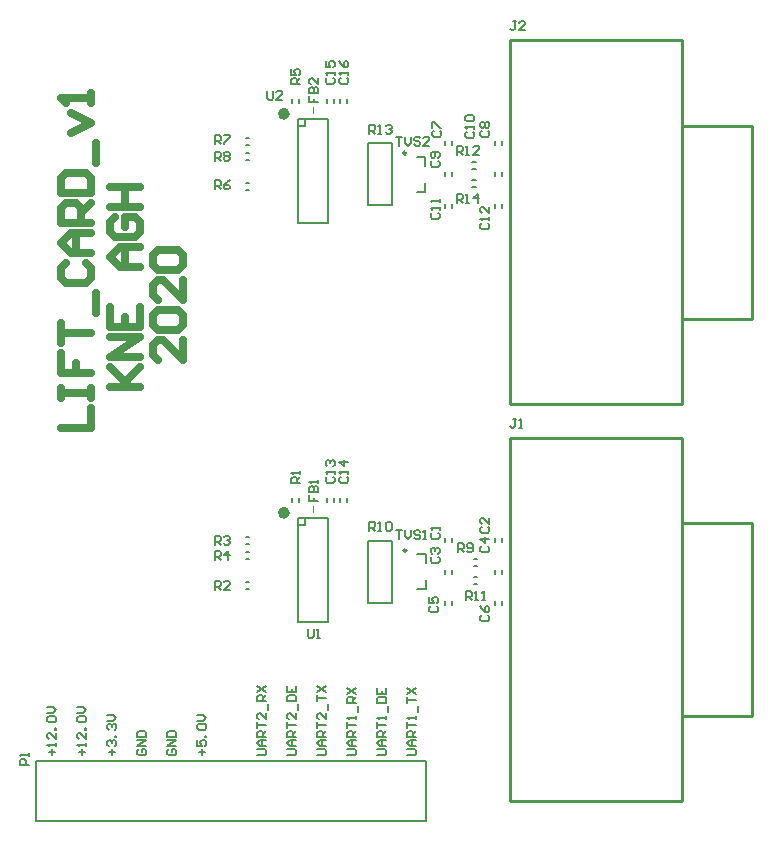
<source format=gto>
G04*
G04 #@! TF.GenerationSoftware,Altium Limited,Altium Designer,21.0.8 (223)*
G04*
G04 Layer_Color=65535*
%FSLAX25Y25*%
%MOIN*%
G70*
G04*
G04 #@! TF.SameCoordinates,8FE4C6D1-BE16-481A-9B8C-92EB46E9F254*
G04*
G04*
G04 #@! TF.FilePolarity,Positive*
G04*
G01*
G75*
%ADD10C,0.00984*%
%ADD11C,0.02000*%
%ADD12C,0.00787*%
%ADD13C,0.00394*%
%ADD14C,0.00600*%
%ADD15C,0.01000*%
%ADD16C,0.00800*%
%ADD17C,0.02500*%
D10*
X134358Y228087D02*
G03*
X134358Y228087I-492J0D01*
G01*
X134463Y95587D02*
G03*
X134463Y95587I-492J0D01*
G01*
D11*
X94575Y108150D02*
G03*
X94575Y108150I-1000J0D01*
G01*
Y241150D02*
G03*
X94575Y241150I-1000J0D01*
G01*
D12*
X11000Y5500D02*
X141000D01*
X11000Y25500D02*
X141000D01*
X11000Y5500D02*
Y25500D01*
X141000Y5500D02*
Y25500D01*
X114681Y244764D02*
Y245945D01*
X112319Y244764D02*
Y245945D01*
X110181Y244764D02*
Y245945D01*
X107819Y244764D02*
Y245945D01*
X98681Y244910D02*
Y246091D01*
X96319Y244910D02*
Y246091D01*
X80910Y233181D02*
X82091D01*
X80910Y230819D02*
X82091D01*
X80910Y225819D02*
X82091D01*
X80910Y228181D02*
X82091D01*
X80910Y215819D02*
X82091D01*
X80910Y218181D02*
X82091D01*
X163819Y220409D02*
Y221590D01*
X166181Y220409D02*
Y221590D01*
X166181Y230909D02*
Y232090D01*
X163819Y230909D02*
Y232090D01*
X149681Y230764D02*
Y231945D01*
X147319Y230764D02*
Y231945D01*
X156409Y225181D02*
X157591D01*
X156409Y222819D02*
X157591D01*
X140756Y215094D02*
Y218244D01*
X138000Y215094D02*
X140756D01*
Y223756D02*
Y226905D01*
X138000D02*
X140756D01*
X147319Y220409D02*
Y221590D01*
X149681Y220409D02*
Y221590D01*
X156409Y219181D02*
X157591D01*
X156409Y216819D02*
X157591D01*
X147319Y209910D02*
Y211090D01*
X149681Y209910D02*
Y211090D01*
X163819Y209910D02*
Y211090D01*
X166181Y209910D02*
Y211090D01*
X80910Y100181D02*
X82091D01*
X80910Y97819D02*
X82091D01*
X80910Y92819D02*
X82091D01*
X80910Y95181D02*
X82091D01*
X80910Y82819D02*
X82091D01*
X80910Y85181D02*
X82091D01*
X98681Y111909D02*
Y113091D01*
X96319Y111909D02*
Y113091D01*
X114681Y111764D02*
Y112945D01*
X112319Y111764D02*
Y112945D01*
X110181Y111764D02*
Y112945D01*
X107819Y111764D02*
Y112945D01*
X166181Y98409D02*
Y99590D01*
X163819Y98409D02*
Y99590D01*
X163819Y87910D02*
Y89091D01*
X166181Y87910D02*
Y89091D01*
X163819Y77409D02*
Y78591D01*
X166181Y77409D02*
Y78591D01*
X156909Y92681D02*
X158091D01*
X156909Y90319D02*
X158091D01*
X156909Y86681D02*
X158091D01*
X156909Y84319D02*
X158091D01*
X149681Y98409D02*
Y99590D01*
X147319Y98409D02*
Y99590D01*
X147319Y87910D02*
Y89091D01*
X149681Y87910D02*
Y89091D01*
X147319Y77409D02*
Y78591D01*
X149681Y77409D02*
Y78591D01*
X138105Y94406D02*
X140861D01*
Y91256D02*
Y94406D01*
X138105Y82595D02*
X140861D01*
Y85744D01*
D13*
X103425Y241500D02*
Y243500D01*
Y108500D02*
Y110500D01*
D14*
X108200Y71600D02*
Y106500D01*
X98200Y71600D02*
X108200D01*
X98200D02*
Y106500D01*
X108200D01*
X100700Y104000D02*
Y106500D01*
X98200Y104000D02*
X100700D01*
X129500Y78100D02*
Y98900D01*
X121500Y78100D02*
X129500D01*
X121500Y98900D02*
X129500D01*
X121500Y78100D02*
Y85000D01*
Y98900D01*
X98200Y237000D02*
X100700D01*
Y239500D01*
X98200D02*
X108200D01*
X98200Y204600D02*
Y239500D01*
Y204600D02*
X108200D01*
Y239500D01*
X129500Y210600D02*
Y231400D01*
X121500Y210600D02*
X129500D01*
X121500Y231400D02*
X129500D01*
X121500Y210600D02*
Y217500D01*
Y231400D01*
D15*
X226248Y12000D02*
Y133200D01*
X168900D02*
X226248D01*
X168900Y12000D02*
Y133200D01*
X171100Y12000D02*
X226248D01*
X168900D02*
X171100D01*
X226248Y40354D02*
X249700D01*
Y104646D01*
X226248D02*
X249700D01*
X226248Y144500D02*
Y265700D01*
X168900D02*
X226248D01*
X168900Y144500D02*
Y265700D01*
X171100Y144500D02*
X226248D01*
X168900D02*
X171100D01*
X226248Y172854D02*
X249700D01*
Y237146D01*
X226248D02*
X249700D01*
D16*
X16201Y27300D02*
Y29299D01*
X15201Y28300D02*
X17200D01*
X17700Y30299D02*
Y31299D01*
Y30799D01*
X14701D01*
X15201Y30299D01*
X17700Y34798D02*
Y32798D01*
X15701Y34798D01*
X15201D01*
X14701Y34298D01*
Y33298D01*
X15201Y32798D01*
X17700Y35797D02*
X17200D01*
Y36297D01*
X17700D01*
Y35797D01*
X15201Y38296D02*
X14701Y38796D01*
Y39796D01*
X15201Y40296D01*
X17200D01*
X17700Y39796D01*
Y38796D01*
X17200Y38296D01*
X15201D01*
X14701Y41295D02*
X16700D01*
X17700Y42295D01*
X16700Y43295D01*
X14701D01*
X8500Y24001D02*
X5500D01*
Y25500D01*
X6000Y26000D01*
X7000D01*
X7500Y25500D01*
Y24001D01*
X8500Y27000D02*
Y27999D01*
Y27499D01*
X5500D01*
X6000Y27000D01*
X26201Y27300D02*
Y29299D01*
X25201Y28300D02*
X27200D01*
X27700Y30299D02*
Y31299D01*
Y30799D01*
X24701D01*
X25201Y30299D01*
X27700Y34798D02*
Y32798D01*
X25701Y34798D01*
X25201D01*
X24701Y34298D01*
Y33298D01*
X25201Y32798D01*
X27700Y35797D02*
X27200D01*
Y36297D01*
X27700D01*
Y35797D01*
X25201Y38296D02*
X24701Y38796D01*
Y39796D01*
X25201Y40296D01*
X27200D01*
X27700Y39796D01*
Y38796D01*
X27200Y38296D01*
X25201D01*
X24701Y41295D02*
X26700D01*
X27700Y42295D01*
X26700Y43295D01*
X24701D01*
X36200Y27300D02*
Y29299D01*
X35201Y28300D02*
X37200D01*
X35201Y30299D02*
X34701Y30799D01*
Y31799D01*
X35201Y32298D01*
X35701D01*
X36200Y31799D01*
Y31299D01*
Y31799D01*
X36700Y32298D01*
X37200D01*
X37700Y31799D01*
Y30799D01*
X37200Y30299D01*
X37700Y33298D02*
X37200D01*
Y33798D01*
X37700D01*
Y33298D01*
X35201Y35797D02*
X34701Y36297D01*
Y37297D01*
X35201Y37797D01*
X35701D01*
X36200Y37297D01*
Y36797D01*
Y37297D01*
X36700Y37797D01*
X37200D01*
X37700Y37297D01*
Y36297D01*
X37200Y35797D01*
X34701Y38796D02*
X36700D01*
X37700Y39796D01*
X36700Y40796D01*
X34701D01*
X45201Y29299D02*
X44701Y28800D01*
Y27800D01*
X45201Y27300D01*
X47200D01*
X47700Y27800D01*
Y28800D01*
X47200Y29299D01*
X46200D01*
Y28300D01*
X47700Y30299D02*
X44701D01*
X47700Y32298D01*
X44701D01*
Y33298D02*
X47700D01*
Y34798D01*
X47200Y35297D01*
X45201D01*
X44701Y34798D01*
Y33298D01*
X55201Y29299D02*
X54701Y28800D01*
Y27800D01*
X55201Y27300D01*
X57200D01*
X57700Y27800D01*
Y28800D01*
X57200Y29299D01*
X56200D01*
Y28300D01*
X57700Y30299D02*
X54701D01*
X57700Y32298D01*
X54701D01*
Y33298D02*
X57700D01*
Y34798D01*
X57200Y35297D01*
X55201D01*
X54701Y34798D01*
Y33298D01*
X66201Y27300D02*
Y29299D01*
X65201Y28300D02*
X67200D01*
X64701Y32298D02*
Y30299D01*
X66201D01*
X65701Y31299D01*
Y31799D01*
X66201Y32298D01*
X67200D01*
X67700Y31799D01*
Y30799D01*
X67200Y30299D01*
X67700Y33298D02*
X67200D01*
Y33798D01*
X67700D01*
Y33298D01*
X65201Y35797D02*
X64701Y36297D01*
Y37297D01*
X65201Y37797D01*
X67200D01*
X67700Y37297D01*
Y36297D01*
X67200Y35797D01*
X65201D01*
X64701Y38796D02*
X66700D01*
X67700Y39796D01*
X66700Y40796D01*
X64701D01*
X114701Y27300D02*
X117200D01*
X117700Y27800D01*
Y28800D01*
X117200Y29299D01*
X114701D01*
X117700Y30299D02*
X115701D01*
X114701Y31299D01*
X115701Y32298D01*
X117700D01*
X116201D01*
Y30299D01*
X117700Y33298D02*
X114701D01*
Y34798D01*
X115201Y35297D01*
X116201D01*
X116700Y34798D01*
Y33298D01*
Y34298D02*
X117700Y35297D01*
X114701Y36297D02*
Y38296D01*
Y37297D01*
X117700D01*
Y39296D02*
Y40296D01*
Y39796D01*
X114701D01*
X115201Y39296D01*
X118200Y41795D02*
Y43795D01*
X117700Y44794D02*
X114701D01*
Y46294D01*
X115201Y46794D01*
X116201D01*
X116700Y46294D01*
Y44794D01*
Y45794D02*
X117700Y46794D01*
X114701Y47793D02*
X117700Y49793D01*
X114701D02*
X117700Y47793D01*
X124701Y27300D02*
X127200D01*
X127700Y27800D01*
Y28800D01*
X127200Y29299D01*
X124701D01*
X127700Y30299D02*
X125701D01*
X124701Y31299D01*
X125701Y32298D01*
X127700D01*
X126201D01*
Y30299D01*
X127700Y33298D02*
X124701D01*
Y34798D01*
X125201Y35297D01*
X126201D01*
X126700Y34798D01*
Y33298D01*
Y34298D02*
X127700Y35297D01*
X124701Y36297D02*
Y38296D01*
Y37297D01*
X127700D01*
Y39296D02*
Y40296D01*
Y39796D01*
X124701D01*
X125201Y39296D01*
X128200Y41795D02*
Y43795D01*
X124701Y44794D02*
X127700D01*
Y46294D01*
X127200Y46794D01*
X125201D01*
X124701Y46294D01*
Y44794D01*
Y49793D02*
Y47793D01*
X127700D01*
Y49793D01*
X126201Y47793D02*
Y48793D01*
X134701Y27300D02*
X137200D01*
X137700Y27800D01*
Y28800D01*
X137200Y29299D01*
X134701D01*
X137700Y30299D02*
X135701D01*
X134701Y31299D01*
X135701Y32298D01*
X137700D01*
X136201D01*
Y30299D01*
X137700Y33298D02*
X134701D01*
Y34798D01*
X135201Y35297D01*
X136201D01*
X136700Y34798D01*
Y33298D01*
Y34298D02*
X137700Y35297D01*
X134701Y36297D02*
Y38296D01*
Y37297D01*
X137700D01*
Y39296D02*
Y40296D01*
Y39796D01*
X134701D01*
X135201Y39296D01*
X138200Y41795D02*
Y43795D01*
X134701Y44794D02*
Y46794D01*
Y45794D01*
X137700D01*
X134701Y47793D02*
X137700Y49793D01*
X134701D02*
X137700Y47793D01*
X104701Y27300D02*
X107200D01*
X107700Y27800D01*
Y28800D01*
X107200Y29299D01*
X104701D01*
X107700Y30299D02*
X105701D01*
X104701Y31299D01*
X105701Y32298D01*
X107700D01*
X106201D01*
Y30299D01*
X107700Y33298D02*
X104701D01*
Y34798D01*
X105201Y35297D01*
X106201D01*
X106701Y34798D01*
Y33298D01*
Y34298D02*
X107700Y35297D01*
X104701Y36297D02*
Y38296D01*
Y37297D01*
X107700D01*
Y41295D02*
Y39296D01*
X105701Y41295D01*
X105201D01*
X104701Y40796D01*
Y39796D01*
X105201Y39296D01*
X108200Y42295D02*
Y44295D01*
X104701Y45294D02*
Y47293D01*
Y46294D01*
X107700D01*
X104701Y48293D02*
X107700Y50293D01*
X104701D02*
X107700Y48293D01*
X94701Y27300D02*
X97200D01*
X97700Y27800D01*
Y28800D01*
X97200Y29299D01*
X94701D01*
X97700Y30299D02*
X95701D01*
X94701Y31299D01*
X95701Y32298D01*
X97700D01*
X96201D01*
Y30299D01*
X97700Y33298D02*
X94701D01*
Y34798D01*
X95201Y35297D01*
X96201D01*
X96701Y34798D01*
Y33298D01*
Y34298D02*
X97700Y35297D01*
X94701Y36297D02*
Y38296D01*
Y37297D01*
X97700D01*
Y41295D02*
Y39296D01*
X95701Y41295D01*
X95201D01*
X94701Y40796D01*
Y39796D01*
X95201Y39296D01*
X98200Y42295D02*
Y44295D01*
X94701Y45294D02*
X97700D01*
Y46794D01*
X97200Y47293D01*
X95201D01*
X94701Y46794D01*
Y45294D01*
Y50293D02*
Y48293D01*
X97700D01*
Y50293D01*
X96201Y48293D02*
Y49293D01*
X84701Y27300D02*
X87200D01*
X87700Y27800D01*
Y28800D01*
X87200Y29299D01*
X84701D01*
X87700Y30299D02*
X85701D01*
X84701Y31299D01*
X85701Y32298D01*
X87700D01*
X86201D01*
Y30299D01*
X87700Y33298D02*
X84701D01*
Y34798D01*
X85201Y35297D01*
X86201D01*
X86700Y34798D01*
Y33298D01*
Y34298D02*
X87700Y35297D01*
X84701Y36297D02*
Y38296D01*
Y37297D01*
X87700D01*
Y41295D02*
Y39296D01*
X85701Y41295D01*
X85201D01*
X84701Y40796D01*
Y39796D01*
X85201Y39296D01*
X88200Y42295D02*
Y44295D01*
X87700Y45294D02*
X84701D01*
Y46794D01*
X85201Y47293D01*
X86201D01*
X86700Y46794D01*
Y45294D01*
Y46294D02*
X87700Y47293D01*
X84701Y48293D02*
X87700Y50293D01*
X84701D02*
X87700Y48293D01*
X112500Y253251D02*
X112001Y252751D01*
Y251751D01*
X112500Y251251D01*
X114500D01*
X114999Y251751D01*
Y252751D01*
X114500Y253251D01*
X114999Y254250D02*
Y255250D01*
Y254750D01*
X112001D01*
X112500Y254250D01*
X112001Y258749D02*
X112500Y257749D01*
X113500Y256749D01*
X114500D01*
X114999Y257249D01*
Y258249D01*
X114500Y258749D01*
X114000D01*
X113500Y258249D01*
Y256749D01*
X108000Y253251D02*
X107501Y252751D01*
Y251751D01*
X108000Y251251D01*
X110000D01*
X110500Y251751D01*
Y252751D01*
X110000Y253251D01*
X110500Y254250D02*
Y255250D01*
Y254750D01*
X107501D01*
X108000Y254250D01*
X107501Y258749D02*
Y256749D01*
X109000D01*
X108500Y257749D01*
Y258249D01*
X109000Y258749D01*
X110000D01*
X110500Y258249D01*
Y257249D01*
X110000Y256749D01*
X99000Y251001D02*
X96000D01*
Y252500D01*
X96500Y253000D01*
X97500D01*
X98000Y252500D01*
Y251001D01*
Y252000D02*
X99000Y253000D01*
X96000Y255999D02*
Y254000D01*
X97500D01*
X97000Y254999D01*
Y255499D01*
X97500Y255999D01*
X98500D01*
X99000Y255499D01*
Y254500D01*
X98500Y254000D01*
X102000Y247001D02*
Y245001D01*
X103500D01*
Y246001D01*
Y245001D01*
X104999D01*
X102000Y248000D02*
X104999D01*
Y249500D01*
X104500Y250000D01*
X104000D01*
X103500Y249500D01*
Y248000D01*
Y249500D01*
X103000Y250000D01*
X102500D01*
X102000Y249500D01*
Y248000D01*
X104999Y252999D02*
Y250999D01*
X103000Y252999D01*
X102500D01*
X102000Y252499D01*
Y251499D01*
X102500Y250999D01*
X70501Y231000D02*
Y233999D01*
X72000D01*
X72500Y233500D01*
Y232500D01*
X72000Y232000D01*
X70501D01*
X71500D02*
X72500Y231000D01*
X73500Y233999D02*
X75499D01*
Y233500D01*
X73500Y231500D01*
Y231000D01*
X70501Y225500D02*
Y228500D01*
X72000D01*
X72500Y228000D01*
Y227000D01*
X72000Y226500D01*
X70501D01*
X71500D02*
X72500Y225500D01*
X73500Y228000D02*
X74000Y228500D01*
X74999D01*
X75499Y228000D01*
Y227500D01*
X74999Y227000D01*
X75499Y226500D01*
Y226000D01*
X74999Y225500D01*
X74000D01*
X73500Y226000D01*
Y226500D01*
X74000Y227000D01*
X73500Y227500D01*
Y228000D01*
X74000Y227000D02*
X74999D01*
X70501Y216001D02*
Y219000D01*
X72000D01*
X72500Y218500D01*
Y217500D01*
X72000Y217000D01*
X70501D01*
X71500D02*
X72500Y216001D01*
X75499Y219000D02*
X74499Y218500D01*
X73500Y217500D01*
Y216500D01*
X74000Y216001D01*
X74999D01*
X75499Y216500D01*
Y217000D01*
X74999Y217500D01*
X73500D01*
X154500Y235251D02*
X154000Y234751D01*
Y233751D01*
X154500Y233251D01*
X156500D01*
X157000Y233751D01*
Y234751D01*
X156500Y235251D01*
X157000Y236250D02*
Y237250D01*
Y236750D01*
X154000D01*
X154500Y236250D01*
Y238749D02*
X154000Y239249D01*
Y240249D01*
X154500Y240749D01*
X156500D01*
X157000Y240249D01*
Y239249D01*
X156500Y238749D01*
X154500D01*
X159500Y235500D02*
X159001Y235000D01*
Y234001D01*
X159500Y233501D01*
X161500D01*
X161999Y234001D01*
Y235000D01*
X161500Y235500D01*
X159500Y236500D02*
X159001Y237000D01*
Y237999D01*
X159500Y238499D01*
X160000D01*
X160500Y237999D01*
X161000Y238499D01*
X161500D01*
X161999Y237999D01*
Y237000D01*
X161500Y236500D01*
X161000D01*
X160500Y237000D01*
X160000Y236500D01*
X159500D01*
X160500Y237000D02*
Y237999D01*
X143500Y235500D02*
X143000Y235000D01*
Y234001D01*
X143500Y233501D01*
X145500D01*
X146000Y234001D01*
Y235000D01*
X145500Y235500D01*
X143000Y236500D02*
Y238499D01*
X143500D01*
X145500Y236500D01*
X146000D01*
X151251Y227501D02*
Y230500D01*
X152751D01*
X153251Y230000D01*
Y229000D01*
X152751Y228500D01*
X151251D01*
X152251D02*
X153251Y227501D01*
X154250D02*
X155250D01*
X154750D01*
Y230500D01*
X154250Y230000D01*
X158749Y227501D02*
X156749D01*
X158749Y229500D01*
Y230000D01*
X158249Y230500D01*
X157249D01*
X156749Y230000D01*
X131002Y233500D02*
X133001D01*
X132001D01*
Y230501D01*
X134001Y233500D02*
Y231500D01*
X135001Y230501D01*
X136000Y231500D01*
Y233500D01*
X138999Y233000D02*
X138499Y233500D01*
X137500D01*
X137000Y233000D01*
Y232500D01*
X137500Y232000D01*
X138499D01*
X138999Y231500D01*
Y231000D01*
X138499Y230501D01*
X137500D01*
X137000Y231000D01*
X141998Y230501D02*
X139999D01*
X141998Y232500D01*
Y233000D01*
X141498Y233500D01*
X140499D01*
X139999Y233000D01*
X143000Y225500D02*
X142500Y225000D01*
Y224001D01*
X143000Y223501D01*
X145000D01*
X145500Y224001D01*
Y225000D01*
X145000Y225500D01*
Y226500D02*
X145500Y227000D01*
Y227999D01*
X145000Y228499D01*
X143000D01*
X142500Y227999D01*
Y227000D01*
X143000Y226500D01*
X143500D01*
X144000Y227000D01*
Y228499D01*
X151251Y211501D02*
Y214499D01*
X152751D01*
X153251Y214000D01*
Y213000D01*
X152751Y212500D01*
X151251D01*
X152251D02*
X153251Y211501D01*
X154250D02*
X155250D01*
X154750D01*
Y214499D01*
X154250Y214000D01*
X158249Y211501D02*
Y214499D01*
X156749Y213000D01*
X158749D01*
X143000Y208250D02*
X142500Y207751D01*
Y206751D01*
X143000Y206251D01*
X145000D01*
X145500Y206751D01*
Y207751D01*
X145000Y208250D01*
X145500Y209250D02*
Y210250D01*
Y209750D01*
X142500D01*
X143000Y209250D01*
X145500Y211749D02*
Y212749D01*
Y212249D01*
X142500D01*
X143000Y211749D01*
X159500Y204751D02*
X159001Y204251D01*
Y203251D01*
X159500Y202751D01*
X161500D01*
X161999Y203251D01*
Y204251D01*
X161500Y204751D01*
X161999Y205750D02*
Y206750D01*
Y206250D01*
X159001D01*
X159500Y205750D01*
X161999Y210249D02*
Y208249D01*
X160000Y210249D01*
X159500D01*
X159001Y209749D01*
Y208749D01*
X159500Y208249D01*
X70501Y97500D02*
Y100499D01*
X72000D01*
X72500Y100000D01*
Y99000D01*
X72000Y98500D01*
X70501D01*
X71500D02*
X72500Y97500D01*
X73500Y100000D02*
X74000Y100499D01*
X74999D01*
X75499Y100000D01*
Y99500D01*
X74999Y99000D01*
X74499D01*
X74999D01*
X75499Y98500D01*
Y98000D01*
X74999Y97500D01*
X74000D01*
X73500Y98000D01*
X70501Y92501D02*
Y95499D01*
X72000D01*
X72500Y95000D01*
Y94000D01*
X72000Y93500D01*
X70501D01*
X71500D02*
X72500Y92501D01*
X74999D02*
Y95499D01*
X73500Y94000D01*
X75499D01*
X70501Y82500D02*
Y85500D01*
X72000D01*
X72500Y85000D01*
Y84000D01*
X72000Y83500D01*
X70501D01*
X71500D02*
X72500Y82500D01*
X75499D02*
X73500D01*
X75499Y84500D01*
Y85000D01*
X74999Y85500D01*
X74000D01*
X73500Y85000D01*
X101501Y69499D02*
Y67000D01*
X102000Y66501D01*
X103000D01*
X103500Y67000D01*
Y69499D01*
X104500Y66501D02*
X105499D01*
X104999D01*
Y69499D01*
X104500Y69000D01*
X99000Y118001D02*
X96000D01*
Y119500D01*
X96500Y120000D01*
X97500D01*
X98000Y119500D01*
Y118001D01*
Y119000D02*
X99000Y120000D01*
Y121000D02*
Y121999D01*
Y121500D01*
X96000D01*
X96500Y121000D01*
X112500Y120251D02*
X112001Y119751D01*
Y118751D01*
X112500Y118251D01*
X114500D01*
X114999Y118751D01*
Y119751D01*
X114500Y120251D01*
X114999Y121250D02*
Y122250D01*
Y121750D01*
X112001D01*
X112500Y121250D01*
X114999Y125249D02*
X112001D01*
X113500Y123749D01*
Y125749D01*
X108000Y120251D02*
X107501Y119751D01*
Y118751D01*
X108000Y118251D01*
X110000D01*
X110500Y118751D01*
Y119751D01*
X110000Y120251D01*
X110500Y121250D02*
Y122250D01*
Y121750D01*
X107501D01*
X108000Y121250D01*
Y123749D02*
X107501Y124249D01*
Y125249D01*
X108000Y125749D01*
X108500D01*
X109000Y125249D01*
Y124749D01*
Y125249D01*
X109500Y125749D01*
X110000D01*
X110500Y125249D01*
Y124249D01*
X110000Y123749D01*
X102000Y114000D02*
Y112001D01*
X103500D01*
Y113001D01*
Y112001D01*
X104999D01*
X102000Y115000D02*
X104999D01*
Y116500D01*
X104500Y116999D01*
X104000D01*
X103500Y116500D01*
Y115000D01*
Y116500D01*
X103000Y116999D01*
X102500D01*
X102000Y116500D01*
Y115000D01*
X104999Y117999D02*
Y118999D01*
Y118499D01*
X102000D01*
X102500Y117999D01*
X159500Y103500D02*
X159001Y103000D01*
Y102001D01*
X159500Y101501D01*
X161500D01*
X161999Y102001D01*
Y103000D01*
X161500Y103500D01*
X161999Y106499D02*
Y104500D01*
X160000Y106499D01*
X159500D01*
X159001Y105999D01*
Y105000D01*
X159500Y104500D01*
Y97000D02*
X159001Y96500D01*
Y95501D01*
X159500Y95001D01*
X161500D01*
X161999Y95501D01*
Y96500D01*
X161500Y97000D01*
X161999Y99499D02*
X159001D01*
X160500Y98000D01*
Y99999D01*
X159500Y74000D02*
X159001Y73500D01*
Y72501D01*
X159500Y72001D01*
X161500D01*
X161999Y72501D01*
Y73500D01*
X161500Y74000D01*
X159001Y76999D02*
X159500Y75999D01*
X160500Y75000D01*
X161500D01*
X161999Y75500D01*
Y76499D01*
X161500Y76999D01*
X161000D01*
X160500Y76499D01*
Y75000D01*
X151501Y95000D02*
Y98000D01*
X153000D01*
X153500Y97500D01*
Y96500D01*
X153000Y96000D01*
X151501D01*
X152500D02*
X153500Y95000D01*
X154500Y95500D02*
X155000Y95000D01*
X155999D01*
X156499Y95500D01*
Y97500D01*
X155999Y98000D01*
X155000D01*
X154500Y97500D01*
Y97000D01*
X155000Y96500D01*
X156499D01*
X154251Y79001D02*
Y81999D01*
X155751D01*
X156250Y81500D01*
Y80500D01*
X155751Y80000D01*
X154251D01*
X155251D02*
X156250Y79001D01*
X157250D02*
X158250D01*
X157750D01*
Y81999D01*
X157250Y81500D01*
X159749Y79001D02*
X160749D01*
X160249D01*
Y81999D01*
X159749Y81500D01*
X143000Y101500D02*
X142500Y101000D01*
Y100001D01*
X143000Y99501D01*
X145000D01*
X145500Y100001D01*
Y101000D01*
X145000Y101500D01*
X145500Y102500D02*
Y103499D01*
Y102999D01*
X142500D01*
X143000Y102500D01*
X143000Y93500D02*
X142500Y93000D01*
Y92001D01*
X143000Y91501D01*
X145000D01*
X145500Y92001D01*
Y93000D01*
X145000Y93500D01*
X143000Y94500D02*
X142500Y95000D01*
Y95999D01*
X143000Y96499D01*
X143500D01*
X144000Y95999D01*
Y95499D01*
Y95999D01*
X144500Y96499D01*
X145000D01*
X145500Y95999D01*
Y95000D01*
X145000Y94500D01*
X142500Y77000D02*
X142000Y76500D01*
Y75501D01*
X142500Y75001D01*
X144500D01*
X145000Y75501D01*
Y76500D01*
X144500Y77000D01*
X142000Y79999D02*
Y78000D01*
X143500D01*
X143000Y79000D01*
Y79499D01*
X143500Y79999D01*
X144500D01*
X145000Y79499D01*
Y78500D01*
X144500Y78000D01*
X88000Y248899D02*
Y246400D01*
X88500Y245900D01*
X89499D01*
X89999Y246400D01*
Y248899D01*
X92998Y245900D02*
X90999D01*
X92998Y247899D01*
Y248399D01*
X92499Y248899D01*
X91499D01*
X90999Y248399D01*
X131000Y102399D02*
X132999D01*
X132000D01*
Y99400D01*
X133999Y102399D02*
Y100400D01*
X134999Y99400D01*
X135998Y100400D01*
Y102399D01*
X138997Y101899D02*
X138498Y102399D01*
X137498D01*
X136998Y101899D01*
Y101399D01*
X137498Y100900D01*
X138498D01*
X138997Y100400D01*
Y99900D01*
X138498Y99400D01*
X137498D01*
X136998Y99900D01*
X139997Y99400D02*
X140997D01*
X140497D01*
Y102399D01*
X139997Y101899D01*
X122000Y234500D02*
Y237499D01*
X123500D01*
X123999Y236999D01*
Y235999D01*
X123500Y235500D01*
X122000D01*
X123000D02*
X123999Y234500D01*
X124999D02*
X125999D01*
X125499D01*
Y237499D01*
X124999Y236999D01*
X127498D02*
X127998Y237499D01*
X128998D01*
X129498Y236999D01*
Y236499D01*
X128998Y235999D01*
X128498D01*
X128998D01*
X129498Y235500D01*
Y235000D01*
X128998Y234500D01*
X127998D01*
X127498Y235000D01*
X122000Y102100D02*
Y105099D01*
X123500D01*
X123999Y104599D01*
Y103600D01*
X123500Y103100D01*
X122000D01*
X123000D02*
X123999Y102100D01*
X124999D02*
X125999D01*
X125499D01*
Y105099D01*
X124999Y104599D01*
X127498D02*
X127998Y105099D01*
X128998D01*
X129498Y104599D01*
Y102600D01*
X128998Y102100D01*
X127998D01*
X127498Y102600D01*
Y104599D01*
X171099Y271999D02*
X170100D01*
X170599D01*
Y269500D01*
X170100Y269000D01*
X169600D01*
X169100Y269500D01*
X174098Y269000D02*
X172099D01*
X174098Y270999D01*
Y271499D01*
X173599Y271999D01*
X172599D01*
X172099Y271499D01*
X171099Y139499D02*
X170100D01*
X170599D01*
Y137000D01*
X170100Y136500D01*
X169600D01*
X169100Y137000D01*
X172099Y136500D02*
X173099D01*
X172599D01*
Y139499D01*
X172099Y138999D01*
D17*
X19337Y136500D02*
X29334D01*
Y143165D01*
X19337Y146497D02*
Y149829D01*
Y148163D01*
X29334D01*
Y146497D01*
Y149829D01*
X19337Y161492D02*
Y154827D01*
X24336D01*
Y158160D01*
Y154827D01*
X29334D01*
X19337Y164824D02*
Y171489D01*
Y168156D01*
X29334D01*
X31000Y174821D02*
Y181485D01*
X21003Y191482D02*
X19337Y189816D01*
Y186484D01*
X21003Y184818D01*
X27668D01*
X29334Y186484D01*
Y189816D01*
X27668Y191482D01*
X29334Y194815D02*
X22669D01*
X19337Y198147D01*
X22669Y201479D01*
X29334D01*
X24336D01*
Y194815D01*
X29334Y204811D02*
X19337D01*
Y209810D01*
X21003Y211476D01*
X24336D01*
X26002Y209810D01*
Y204811D01*
Y208143D02*
X29334Y211476D01*
X19337Y214808D02*
X29334D01*
Y219806D01*
X27668Y221473D01*
X21003D01*
X19337Y219806D01*
Y214808D01*
X31000Y224805D02*
Y231469D01*
X22669Y234802D02*
X29334Y238134D01*
X22669Y241466D01*
X29334Y244798D02*
Y248131D01*
Y246464D01*
X19337D01*
X21003Y244798D01*
X60000Y165665D02*
Y159000D01*
X53335Y165665D01*
X51669D01*
X50003Y163998D01*
Y160666D01*
X51669Y159000D01*
Y168997D02*
X50003Y170663D01*
Y173995D01*
X51669Y175661D01*
X58334D01*
X60000Y173995D01*
Y170663D01*
X58334Y168997D01*
X51669D01*
X60000Y185658D02*
Y178994D01*
X53335Y185658D01*
X51669D01*
X50003Y183992D01*
Y180660D01*
X51669Y178994D01*
Y188990D02*
X50003Y190656D01*
Y193989D01*
X51669Y195655D01*
X58334D01*
X60000Y193989D01*
Y190656D01*
X58334Y188990D01*
X51669D01*
X35503Y150000D02*
X45500D01*
X42168D01*
X35503Y156665D01*
X40502Y151666D01*
X45500Y156665D01*
Y159997D02*
X35503D01*
X45500Y166661D01*
X35503D01*
Y176658D02*
Y169993D01*
X45500D01*
Y176658D01*
X40502Y169993D02*
Y173326D01*
X45500Y189987D02*
X38835D01*
X35503Y193319D01*
X38835Y196652D01*
X45500D01*
X40502D01*
Y189987D01*
X37169Y206648D02*
X35503Y204982D01*
Y201650D01*
X37169Y199984D01*
X43834D01*
X45500Y201650D01*
Y204982D01*
X43834Y206648D01*
X40502D01*
Y203316D01*
X35503Y209981D02*
X45500D01*
X40502D01*
Y216645D01*
X35503D01*
X45500D01*
M02*

</source>
